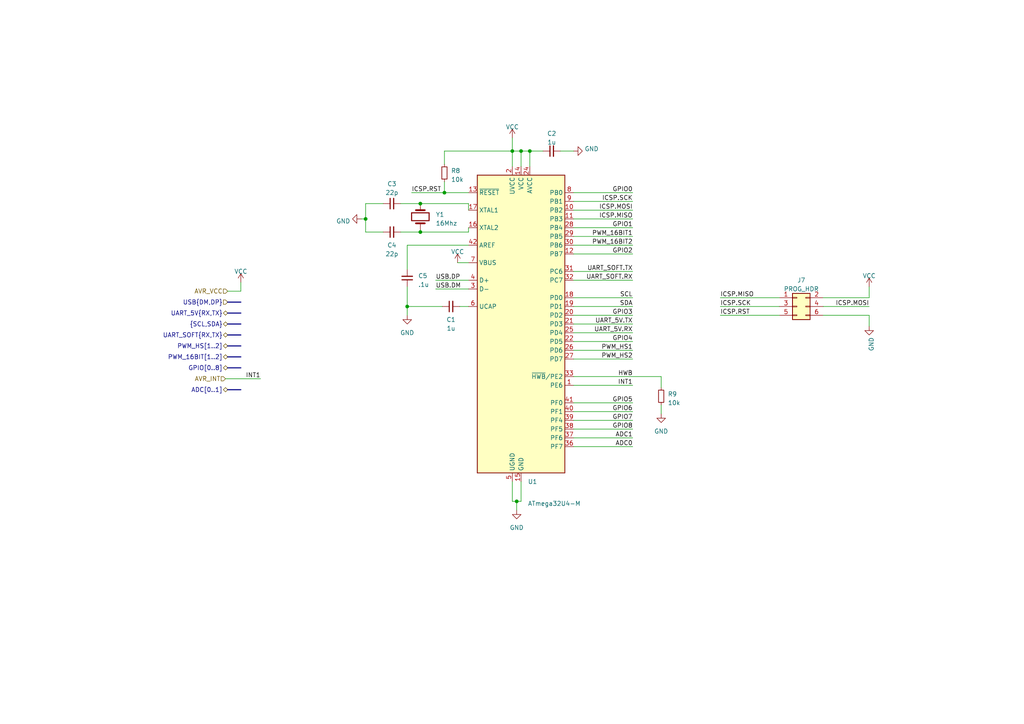
<source format=kicad_sch>
(kicad_sch (version 20230121) (generator eeschema)

  (uuid 06538330-d0b5-4f84-9e56-b47eefe9e563)

  (paper "A4")

  (lib_symbols
    (symbol "Connector_Generic:Conn_02x03_Odd_Even" (pin_names (offset 1.016) hide) (in_bom yes) (on_board yes)
      (property "Reference" "J" (at 1.27 5.08 0)
        (effects (font (size 1.27 1.27)))
      )
      (property "Value" "Conn_02x03_Odd_Even" (at 1.27 -5.08 0)
        (effects (font (size 1.27 1.27)))
      )
      (property "Footprint" "" (at 0 0 0)
        (effects (font (size 1.27 1.27)) hide)
      )
      (property "Datasheet" "~" (at 0 0 0)
        (effects (font (size 1.27 1.27)) hide)
      )
      (property "ki_keywords" "connector" (at 0 0 0)
        (effects (font (size 1.27 1.27)) hide)
      )
      (property "ki_description" "Generic connector, double row, 02x03, odd/even pin numbering scheme (row 1 odd numbers, row 2 even numbers), script generated (kicad-library-utils/schlib/autogen/connector/)" (at 0 0 0)
        (effects (font (size 1.27 1.27)) hide)
      )
      (property "ki_fp_filters" "Connector*:*_2x??_*" (at 0 0 0)
        (effects (font (size 1.27 1.27)) hide)
      )
      (symbol "Conn_02x03_Odd_Even_1_1"
        (rectangle (start -1.27 -2.413) (end 0 -2.667)
          (stroke (width 0.1524) (type default))
          (fill (type none))
        )
        (rectangle (start -1.27 0.127) (end 0 -0.127)
          (stroke (width 0.1524) (type default))
          (fill (type none))
        )
        (rectangle (start -1.27 2.667) (end 0 2.413)
          (stroke (width 0.1524) (type default))
          (fill (type none))
        )
        (rectangle (start -1.27 3.81) (end 3.81 -3.81)
          (stroke (width 0.254) (type default))
          (fill (type background))
        )
        (rectangle (start 3.81 -2.413) (end 2.54 -2.667)
          (stroke (width 0.1524) (type default))
          (fill (type none))
        )
        (rectangle (start 3.81 0.127) (end 2.54 -0.127)
          (stroke (width 0.1524) (type default))
          (fill (type none))
        )
        (rectangle (start 3.81 2.667) (end 2.54 2.413)
          (stroke (width 0.1524) (type default))
          (fill (type none))
        )
        (pin passive line (at -5.08 2.54 0) (length 3.81)
          (name "Pin_1" (effects (font (size 1.27 1.27))))
          (number "1" (effects (font (size 1.27 1.27))))
        )
        (pin passive line (at 7.62 2.54 180) (length 3.81)
          (name "Pin_2" (effects (font (size 1.27 1.27))))
          (number "2" (effects (font (size 1.27 1.27))))
        )
        (pin passive line (at -5.08 0 0) (length 3.81)
          (name "Pin_3" (effects (font (size 1.27 1.27))))
          (number "3" (effects (font (size 1.27 1.27))))
        )
        (pin passive line (at 7.62 0 180) (length 3.81)
          (name "Pin_4" (effects (font (size 1.27 1.27))))
          (number "4" (effects (font (size 1.27 1.27))))
        )
        (pin passive line (at -5.08 -2.54 0) (length 3.81)
          (name "Pin_5" (effects (font (size 1.27 1.27))))
          (number "5" (effects (font (size 1.27 1.27))))
        )
        (pin passive line (at 7.62 -2.54 180) (length 3.81)
          (name "Pin_6" (effects (font (size 1.27 1.27))))
          (number "6" (effects (font (size 1.27 1.27))))
        )
      )
    )
    (symbol "Device:C_Small" (pin_numbers hide) (pin_names (offset 0.254) hide) (in_bom yes) (on_board yes)
      (property "Reference" "C" (at 0.254 1.778 0)
        (effects (font (size 1.27 1.27)) (justify left))
      )
      (property "Value" "C_Small" (at 0.254 -2.032 0)
        (effects (font (size 1.27 1.27)) (justify left))
      )
      (property "Footprint" "" (at 0 0 0)
        (effects (font (size 1.27 1.27)) hide)
      )
      (property "Datasheet" "~" (at 0 0 0)
        (effects (font (size 1.27 1.27)) hide)
      )
      (property "ki_keywords" "capacitor cap" (at 0 0 0)
        (effects (font (size 1.27 1.27)) hide)
      )
      (property "ki_description" "Unpolarized capacitor, small symbol" (at 0 0 0)
        (effects (font (size 1.27 1.27)) hide)
      )
      (property "ki_fp_filters" "C_*" (at 0 0 0)
        (effects (font (size 1.27 1.27)) hide)
      )
      (symbol "C_Small_0_1"
        (polyline
          (pts
            (xy -1.524 -0.508)
            (xy 1.524 -0.508)
          )
          (stroke (width 0.3302) (type default))
          (fill (type none))
        )
        (polyline
          (pts
            (xy -1.524 0.508)
            (xy 1.524 0.508)
          )
          (stroke (width 0.3048) (type default))
          (fill (type none))
        )
      )
      (symbol "C_Small_1_1"
        (pin passive line (at 0 2.54 270) (length 2.032)
          (name "~" (effects (font (size 1.27 1.27))))
          (number "1" (effects (font (size 1.27 1.27))))
        )
        (pin passive line (at 0 -2.54 90) (length 2.032)
          (name "~" (effects (font (size 1.27 1.27))))
          (number "2" (effects (font (size 1.27 1.27))))
        )
      )
    )
    (symbol "Device:Crystal" (pin_numbers hide) (pin_names (offset 1.016) hide) (in_bom yes) (on_board yes)
      (property "Reference" "Y" (at 0 3.81 0)
        (effects (font (size 1.27 1.27)))
      )
      (property "Value" "Crystal" (at 0 -3.81 0)
        (effects (font (size 1.27 1.27)))
      )
      (property "Footprint" "" (at 0 0 0)
        (effects (font (size 1.27 1.27)) hide)
      )
      (property "Datasheet" "~" (at 0 0 0)
        (effects (font (size 1.27 1.27)) hide)
      )
      (property "ki_keywords" "quartz ceramic resonator oscillator" (at 0 0 0)
        (effects (font (size 1.27 1.27)) hide)
      )
      (property "ki_description" "Two pin crystal" (at 0 0 0)
        (effects (font (size 1.27 1.27)) hide)
      )
      (property "ki_fp_filters" "Crystal*" (at 0 0 0)
        (effects (font (size 1.27 1.27)) hide)
      )
      (symbol "Crystal_0_1"
        (rectangle (start -1.143 2.54) (end 1.143 -2.54)
          (stroke (width 0.3048) (type default))
          (fill (type none))
        )
        (polyline
          (pts
            (xy -2.54 0)
            (xy -1.905 0)
          )
          (stroke (width 0) (type default))
          (fill (type none))
        )
        (polyline
          (pts
            (xy -1.905 -1.27)
            (xy -1.905 1.27)
          )
          (stroke (width 0.508) (type default))
          (fill (type none))
        )
        (polyline
          (pts
            (xy 1.905 -1.27)
            (xy 1.905 1.27)
          )
          (stroke (width 0.508) (type default))
          (fill (type none))
        )
        (polyline
          (pts
            (xy 2.54 0)
            (xy 1.905 0)
          )
          (stroke (width 0) (type default))
          (fill (type none))
        )
      )
      (symbol "Crystal_1_1"
        (pin passive line (at -3.81 0 0) (length 1.27)
          (name "1" (effects (font (size 1.27 1.27))))
          (number "1" (effects (font (size 1.27 1.27))))
        )
        (pin passive line (at 3.81 0 180) (length 1.27)
          (name "2" (effects (font (size 1.27 1.27))))
          (number "2" (effects (font (size 1.27 1.27))))
        )
      )
    )
    (symbol "Device:R_Small" (pin_numbers hide) (pin_names (offset 0.254) hide) (in_bom yes) (on_board yes)
      (property "Reference" "R" (at 0.762 0.508 0)
        (effects (font (size 1.27 1.27)) (justify left))
      )
      (property "Value" "R_Small" (at 0.762 -1.016 0)
        (effects (font (size 1.27 1.27)) (justify left))
      )
      (property "Footprint" "" (at 0 0 0)
        (effects (font (size 1.27 1.27)) hide)
      )
      (property "Datasheet" "~" (at 0 0 0)
        (effects (font (size 1.27 1.27)) hide)
      )
      (property "ki_keywords" "R resistor" (at 0 0 0)
        (effects (font (size 1.27 1.27)) hide)
      )
      (property "ki_description" "Resistor, small symbol" (at 0 0 0)
        (effects (font (size 1.27 1.27)) hide)
      )
      (property "ki_fp_filters" "R_*" (at 0 0 0)
        (effects (font (size 1.27 1.27)) hide)
      )
      (symbol "R_Small_0_1"
        (rectangle (start -0.762 1.778) (end 0.762 -1.778)
          (stroke (width 0.2032) (type default))
          (fill (type none))
        )
      )
      (symbol "R_Small_1_1"
        (pin passive line (at 0 2.54 270) (length 0.762)
          (name "~" (effects (font (size 1.27 1.27))))
          (number "1" (effects (font (size 1.27 1.27))))
        )
        (pin passive line (at 0 -2.54 90) (length 0.762)
          (name "~" (effects (font (size 1.27 1.27))))
          (number "2" (effects (font (size 1.27 1.27))))
        )
      )
    )
    (symbol "MCU_Microchip_ATmega:ATmega32U4-M" (in_bom yes) (on_board yes)
      (property "Reference" "U" (at -12.7 44.45 0)
        (effects (font (size 1.27 1.27)) (justify left bottom))
      )
      (property "Value" "ATmega32U4-M" (at 2.54 -44.45 0)
        (effects (font (size 1.27 1.27)) (justify left top))
      )
      (property "Footprint" "Package_DFN_QFN:QFN-44-1EP_7x7mm_P0.5mm_EP5.2x5.2mm" (at 0 0 0)
        (effects (font (size 1.27 1.27) italic) hide)
      )
      (property "Datasheet" "http://ww1.microchip.com/downloads/en/DeviceDoc/Atmel-7766-8-bit-AVR-ATmega16U4-32U4_Datasheet.pdf" (at 0 0 0)
        (effects (font (size 1.27 1.27)) hide)
      )
      (property "ki_keywords" "AVR 8bit Microcontroller MegaAVR USB" (at 0 0 0)
        (effects (font (size 1.27 1.27)) hide)
      )
      (property "ki_description" "16MHz, 32kB Flash, 2.5kB SRAM, 1kB EEPROM, USB 2.0, QFN-44" (at 0 0 0)
        (effects (font (size 1.27 1.27)) hide)
      )
      (property "ki_fp_filters" "QFN*1EP*7x7mm*P0.5mm*" (at 0 0 0)
        (effects (font (size 1.27 1.27)) hide)
      )
      (symbol "ATmega32U4-M_0_1"
        (rectangle (start -12.7 -43.18) (end 12.7 43.18)
          (stroke (width 0.254) (type default))
          (fill (type background))
        )
      )
      (symbol "ATmega32U4-M_1_1"
        (pin bidirectional line (at 15.24 -17.78 180) (length 2.54)
          (name "PE6" (effects (font (size 1.27 1.27))))
          (number "1" (effects (font (size 1.27 1.27))))
        )
        (pin bidirectional line (at 15.24 33.02 180) (length 2.54)
          (name "PB2" (effects (font (size 1.27 1.27))))
          (number "10" (effects (font (size 1.27 1.27))))
        )
        (pin bidirectional line (at 15.24 30.48 180) (length 2.54)
          (name "PB3" (effects (font (size 1.27 1.27))))
          (number "11" (effects (font (size 1.27 1.27))))
        )
        (pin bidirectional line (at 15.24 20.32 180) (length 2.54)
          (name "PB7" (effects (font (size 1.27 1.27))))
          (number "12" (effects (font (size 1.27 1.27))))
        )
        (pin input line (at -15.24 38.1 0) (length 2.54)
          (name "~{RESET}" (effects (font (size 1.27 1.27))))
          (number "13" (effects (font (size 1.27 1.27))))
        )
        (pin power_in line (at 0 45.72 270) (length 2.54)
          (name "VCC" (effects (font (size 1.27 1.27))))
          (number "14" (effects (font (size 1.27 1.27))))
        )
        (pin power_in line (at 0 -45.72 90) (length 2.54)
          (name "GND" (effects (font (size 1.27 1.27))))
          (number "15" (effects (font (size 1.27 1.27))))
        )
        (pin output line (at -15.24 27.94 0) (length 2.54)
          (name "XTAL2" (effects (font (size 1.27 1.27))))
          (number "16" (effects (font (size 1.27 1.27))))
        )
        (pin input line (at -15.24 33.02 0) (length 2.54)
          (name "XTAL1" (effects (font (size 1.27 1.27))))
          (number "17" (effects (font (size 1.27 1.27))))
        )
        (pin bidirectional line (at 15.24 7.62 180) (length 2.54)
          (name "PD0" (effects (font (size 1.27 1.27))))
          (number "18" (effects (font (size 1.27 1.27))))
        )
        (pin bidirectional line (at 15.24 5.08 180) (length 2.54)
          (name "PD1" (effects (font (size 1.27 1.27))))
          (number "19" (effects (font (size 1.27 1.27))))
        )
        (pin power_in line (at -2.54 45.72 270) (length 2.54)
          (name "UVCC" (effects (font (size 1.27 1.27))))
          (number "2" (effects (font (size 1.27 1.27))))
        )
        (pin bidirectional line (at 15.24 2.54 180) (length 2.54)
          (name "PD2" (effects (font (size 1.27 1.27))))
          (number "20" (effects (font (size 1.27 1.27))))
        )
        (pin bidirectional line (at 15.24 0 180) (length 2.54)
          (name "PD3" (effects (font (size 1.27 1.27))))
          (number "21" (effects (font (size 1.27 1.27))))
        )
        (pin bidirectional line (at 15.24 -5.08 180) (length 2.54)
          (name "PD5" (effects (font (size 1.27 1.27))))
          (number "22" (effects (font (size 1.27 1.27))))
        )
        (pin passive line (at 0 -45.72 90) (length 2.54) hide
          (name "GND" (effects (font (size 1.27 1.27))))
          (number "23" (effects (font (size 1.27 1.27))))
        )
        (pin power_in line (at 2.54 45.72 270) (length 2.54)
          (name "AVCC" (effects (font (size 1.27 1.27))))
          (number "24" (effects (font (size 1.27 1.27))))
        )
        (pin bidirectional line (at 15.24 -2.54 180) (length 2.54)
          (name "PD4" (effects (font (size 1.27 1.27))))
          (number "25" (effects (font (size 1.27 1.27))))
        )
        (pin bidirectional line (at 15.24 -7.62 180) (length 2.54)
          (name "PD6" (effects (font (size 1.27 1.27))))
          (number "26" (effects (font (size 1.27 1.27))))
        )
        (pin bidirectional line (at 15.24 -10.16 180) (length 2.54)
          (name "PD7" (effects (font (size 1.27 1.27))))
          (number "27" (effects (font (size 1.27 1.27))))
        )
        (pin bidirectional line (at 15.24 27.94 180) (length 2.54)
          (name "PB4" (effects (font (size 1.27 1.27))))
          (number "28" (effects (font (size 1.27 1.27))))
        )
        (pin bidirectional line (at 15.24 25.4 180) (length 2.54)
          (name "PB5" (effects (font (size 1.27 1.27))))
          (number "29" (effects (font (size 1.27 1.27))))
        )
        (pin bidirectional line (at -15.24 10.16 0) (length 2.54)
          (name "D-" (effects (font (size 1.27 1.27))))
          (number "3" (effects (font (size 1.27 1.27))))
        )
        (pin bidirectional line (at 15.24 22.86 180) (length 2.54)
          (name "PB6" (effects (font (size 1.27 1.27))))
          (number "30" (effects (font (size 1.27 1.27))))
        )
        (pin bidirectional line (at 15.24 15.24 180) (length 2.54)
          (name "PC6" (effects (font (size 1.27 1.27))))
          (number "31" (effects (font (size 1.27 1.27))))
        )
        (pin bidirectional line (at 15.24 12.7 180) (length 2.54)
          (name "PC7" (effects (font (size 1.27 1.27))))
          (number "32" (effects (font (size 1.27 1.27))))
        )
        (pin bidirectional line (at 15.24 -15.24 180) (length 2.54)
          (name "~{HWB}/PE2" (effects (font (size 1.27 1.27))))
          (number "33" (effects (font (size 1.27 1.27))))
        )
        (pin passive line (at 0 45.72 270) (length 2.54) hide
          (name "VCC" (effects (font (size 1.27 1.27))))
          (number "34" (effects (font (size 1.27 1.27))))
        )
        (pin passive line (at 0 -45.72 90) (length 2.54) hide
          (name "GND" (effects (font (size 1.27 1.27))))
          (number "35" (effects (font (size 1.27 1.27))))
        )
        (pin bidirectional line (at 15.24 -35.56 180) (length 2.54)
          (name "PF7" (effects (font (size 1.27 1.27))))
          (number "36" (effects (font (size 1.27 1.27))))
        )
        (pin bidirectional line (at 15.24 -33.02 180) (length 2.54)
          (name "PF6" (effects (font (size 1.27 1.27))))
          (number "37" (effects (font (size 1.27 1.27))))
        )
        (pin bidirectional line (at 15.24 -30.48 180) (length 2.54)
          (name "PF5" (effects (font (size 1.27 1.27))))
          (number "38" (effects (font (size 1.27 1.27))))
        )
        (pin bidirectional line (at 15.24 -27.94 180) (length 2.54)
          (name "PF4" (effects (font (size 1.27 1.27))))
          (number "39" (effects (font (size 1.27 1.27))))
        )
        (pin bidirectional line (at -15.24 12.7 0) (length 2.54)
          (name "D+" (effects (font (size 1.27 1.27))))
          (number "4" (effects (font (size 1.27 1.27))))
        )
        (pin bidirectional line (at 15.24 -25.4 180) (length 2.54)
          (name "PF1" (effects (font (size 1.27 1.27))))
          (number "40" (effects (font (size 1.27 1.27))))
        )
        (pin bidirectional line (at 15.24 -22.86 180) (length 2.54)
          (name "PF0" (effects (font (size 1.27 1.27))))
          (number "41" (effects (font (size 1.27 1.27))))
        )
        (pin passive line (at -15.24 22.86 0) (length 2.54)
          (name "AREF" (effects (font (size 1.27 1.27))))
          (number "42" (effects (font (size 1.27 1.27))))
        )
        (pin passive line (at 0 -45.72 90) (length 2.54) hide
          (name "GND" (effects (font (size 1.27 1.27))))
          (number "43" (effects (font (size 1.27 1.27))))
        )
        (pin passive line (at 2.54 45.72 270) (length 2.54) hide
          (name "AVCC" (effects (font (size 1.27 1.27))))
          (number "44" (effects (font (size 1.27 1.27))))
        )
        (pin passive line (at 0 -45.72 90) (length 2.54) hide
          (name "GND" (effects (font (size 1.27 1.27))))
          (number "45" (effects (font (size 1.27 1.27))))
        )
        (pin passive line (at -2.54 -45.72 90) (length 2.54)
          (name "UGND" (effects (font (size 1.27 1.27))))
          (number "5" (effects (font (size 1.27 1.27))))
        )
        (pin passive line (at -15.24 5.08 0) (length 2.54)
          (name "UCAP" (effects (font (size 1.27 1.27))))
          (number "6" (effects (font (size 1.27 1.27))))
        )
        (pin input line (at -15.24 17.78 0) (length 2.54)
          (name "VBUS" (effects (font (size 1.27 1.27))))
          (number "7" (effects (font (size 1.27 1.27))))
        )
        (pin bidirectional line (at 15.24 38.1 180) (length 2.54)
          (name "PB0" (effects (font (size 1.27 1.27))))
          (number "8" (effects (font (size 1.27 1.27))))
        )
        (pin bidirectional line (at 15.24 35.56 180) (length 2.54)
          (name "PB1" (effects (font (size 1.27 1.27))))
          (number "9" (effects (font (size 1.27 1.27))))
        )
      )
    )
    (symbol "power:GND" (power) (pin_names (offset 0)) (in_bom yes) (on_board yes)
      (property "Reference" "#PWR" (at 0 -6.35 0)
        (effects (font (size 1.27 1.27)) hide)
      )
      (property "Value" "GND" (at 0 -3.81 0)
        (effects (font (size 1.27 1.27)))
      )
      (property "Footprint" "" (at 0 0 0)
        (effects (font (size 1.27 1.27)) hide)
      )
      (property "Datasheet" "" (at 0 0 0)
        (effects (font (size 1.27 1.27)) hide)
      )
      (property "ki_keywords" "global power" (at 0 0 0)
        (effects (font (size 1.27 1.27)) hide)
      )
      (property "ki_description" "Power symbol creates a global label with name \"GND\" , ground" (at 0 0 0)
        (effects (font (size 1.27 1.27)) hide)
      )
      (symbol "GND_0_1"
        (polyline
          (pts
            (xy 0 0)
            (xy 0 -1.27)
            (xy 1.27 -1.27)
            (xy 0 -2.54)
            (xy -1.27 -1.27)
            (xy 0 -1.27)
          )
          (stroke (width 0) (type default))
          (fill (type none))
        )
      )
      (symbol "GND_1_1"
        (pin power_in line (at 0 0 270) (length 0) hide
          (name "GND" (effects (font (size 1.27 1.27))))
          (number "1" (effects (font (size 1.27 1.27))))
        )
      )
    )
    (symbol "power:VCC" (power) (pin_names (offset 0)) (in_bom yes) (on_board yes)
      (property "Reference" "#PWR" (at 0 -3.81 0)
        (effects (font (size 1.27 1.27)) hide)
      )
      (property "Value" "VCC" (at 0 3.81 0)
        (effects (font (size 1.27 1.27)))
      )
      (property "Footprint" "" (at 0 0 0)
        (effects (font (size 1.27 1.27)) hide)
      )
      (property "Datasheet" "" (at 0 0 0)
        (effects (font (size 1.27 1.27)) hide)
      )
      (property "ki_keywords" "global power" (at 0 0 0)
        (effects (font (size 1.27 1.27)) hide)
      )
      (property "ki_description" "Power symbol creates a global label with name \"VCC\"" (at 0 0 0)
        (effects (font (size 1.27 1.27)) hide)
      )
      (symbol "VCC_0_1"
        (polyline
          (pts
            (xy -0.762 1.27)
            (xy 0 2.54)
          )
          (stroke (width 0) (type default))
          (fill (type none))
        )
        (polyline
          (pts
            (xy 0 0)
            (xy 0 2.54)
          )
          (stroke (width 0) (type default))
          (fill (type none))
        )
        (polyline
          (pts
            (xy 0 2.54)
            (xy 0.762 1.27)
          )
          (stroke (width 0) (type default))
          (fill (type none))
        )
      )
      (symbol "VCC_1_1"
        (pin power_in line (at 0 0 90) (length 0) hide
          (name "VCC" (effects (font (size 1.27 1.27))))
          (number "1" (effects (font (size 1.27 1.27))))
        )
      )
    )
  )

  (junction (at 121.92 59.055) (diameter 0) (color 0 0 0 0)
    (uuid 2fe12bce-5484-4296-a00b-593eeb433ad2)
  )
  (junction (at 128.905 55.88) (diameter 0) (color 0 0 0 0)
    (uuid 449db272-0b3c-403a-8df0-f755cfbfe4f2)
  )
  (junction (at 151.13 43.815) (diameter 0) (color 0 0 0 0)
    (uuid 667bd7e8-2669-4b70-974d-1b3e7acc4693)
  )
  (junction (at 149.86 145.415) (diameter 0) (color 0 0 0 0)
    (uuid a72ada23-984f-4ddf-9a32-1347a87fdd53)
  )
  (junction (at 153.67 43.815) (diameter 0) (color 0 0 0 0)
    (uuid b15765b9-80c2-4daa-9716-3492b53d56e1)
  )
  (junction (at 118.11 88.9) (diameter 0) (color 0 0 0 0)
    (uuid b85665d9-b6d5-40c3-abe1-f0ddd997b72b)
  )
  (junction (at 148.59 43.815) (diameter 0) (color 0 0 0 0)
    (uuid e253e092-a905-4145-8403-a430dae715b8)
  )
  (junction (at 121.92 67.31) (diameter 0) (color 0 0 0 0)
    (uuid eaa35438-d60e-45a9-970e-15ddd673f3e2)
  )
  (junction (at 106.045 63.5) (diameter 0) (color 0 0 0 0)
    (uuid eccea6ab-b2f1-42f7-886c-a06e978ae548)
  )

  (wire (pts (xy 149.86 145.415) (xy 149.86 147.955))
    (stroke (width 0) (type default))
    (uuid 01ad9210-7002-47ec-b42e-151f5e56ad38)
  )
  (bus (pts (xy 66.04 97.155) (xy 69.85 97.155))
    (stroke (width 0) (type default))
    (uuid 061dc8a2-6545-4cc9-aecb-47be9c5c8406)
  )

  (wire (pts (xy 183.515 73.66) (xy 166.37 73.66))
    (stroke (width 0) (type default))
    (uuid 0861a480-9d04-43db-a8c5-6458c2f9d1c3)
  )
  (wire (pts (xy 166.37 116.84) (xy 183.515 116.84))
    (stroke (width 0) (type default))
    (uuid 0978f46e-ac00-4440-9eb1-93de02452280)
  )
  (wire (pts (xy 166.37 66.04) (xy 183.515 66.04))
    (stroke (width 0) (type default))
    (uuid 09ee8455-0e6b-465c-84b1-cbe314903cd8)
  )
  (wire (pts (xy 148.59 145.415) (xy 149.86 145.415))
    (stroke (width 0) (type default))
    (uuid 0c5e146b-2b09-4e36-af28-26bd5a46e2a3)
  )
  (wire (pts (xy 118.11 88.9) (xy 128.27 88.9))
    (stroke (width 0) (type default))
    (uuid 174abcfc-b065-4733-ab28-fbadb6cdc482)
  )
  (wire (pts (xy 252.095 91.44) (xy 252.095 94.615))
    (stroke (width 0) (type default))
    (uuid 18fd3662-27c4-4119-803e-ef81a4c612a0)
  )
  (wire (pts (xy 118.11 83.185) (xy 118.11 88.9))
    (stroke (width 0) (type default))
    (uuid 19edb3c1-2495-460a-af2b-8e56526ad0b5)
  )
  (wire (pts (xy 116.205 59.055) (xy 121.92 59.055))
    (stroke (width 0) (type default))
    (uuid 1a6cfe12-3512-4825-819e-d296481d06ff)
  )
  (wire (pts (xy 166.37 60.96) (xy 183.515 60.96))
    (stroke (width 0) (type default))
    (uuid 1b0bb99b-2c79-4059-b5bd-44bfe5ccca17)
  )
  (wire (pts (xy 166.37 93.98) (xy 183.515 93.98))
    (stroke (width 0) (type default))
    (uuid 1e52fc60-b64b-4e03-8906-d07475588979)
  )
  (wire (pts (xy 226.06 86.36) (xy 208.915 86.36))
    (stroke (width 0) (type default))
    (uuid 1f7918c0-2dbc-4089-be48-c0cad8ccbea2)
  )
  (wire (pts (xy 191.77 117.475) (xy 191.77 120.015))
    (stroke (width 0) (type default))
    (uuid 21b9f249-a9d6-4889-abd6-96a399191204)
  )
  (wire (pts (xy 111.125 67.31) (xy 106.045 67.31))
    (stroke (width 0) (type default))
    (uuid 228cce66-367c-406d-baac-573cd98252ae)
  )
  (bus (pts (xy 66.04 87.63) (xy 69.85 87.63))
    (stroke (width 0) (type default))
    (uuid 24532f0a-5513-41e5-9644-f76df8dd50d7)
  )

  (wire (pts (xy 166.37 88.9) (xy 183.515 88.9))
    (stroke (width 0) (type default))
    (uuid 276a0bac-4a20-4149-a18e-a2c6bb9f0bcf)
  )
  (bus (pts (xy 66.04 103.505) (xy 69.85 103.505))
    (stroke (width 0) (type default))
    (uuid 2bf3c530-d3fa-43ce-a079-ede71160b402)
  )

  (wire (pts (xy 151.13 43.815) (xy 148.59 43.815))
    (stroke (width 0) (type default))
    (uuid 336da050-e4e1-4b02-ac10-3e229535db73)
  )
  (wire (pts (xy 166.37 127) (xy 183.515 127))
    (stroke (width 0) (type default))
    (uuid 35556df1-4809-40b6-bf9a-f28321084ee9)
  )
  (wire (pts (xy 166.37 119.38) (xy 183.515 119.38))
    (stroke (width 0) (type default))
    (uuid 35fdae4a-fed4-40ec-91e8-2fa4349cbb1b)
  )
  (wire (pts (xy 106.045 67.31) (xy 106.045 63.5))
    (stroke (width 0) (type default))
    (uuid 4098188f-0a00-46cf-ba23-8f72d6fc4fb7)
  )
  (wire (pts (xy 126.365 83.82) (xy 135.89 83.82))
    (stroke (width 0) (type default))
    (uuid 41ef3963-1a7c-4d04-97a0-3dea76c12a2a)
  )
  (wire (pts (xy 166.37 111.76) (xy 183.515 111.76))
    (stroke (width 0) (type default))
    (uuid 48167e12-462d-4f2f-bfc6-f4c03046c757)
  )
  (bus (pts (xy 66.04 113.03) (xy 69.85 113.03))
    (stroke (width 0) (type default))
    (uuid 505350b9-75d0-43cc-99fe-030337f2ba15)
  )
  (bus (pts (xy 66.04 100.33) (xy 69.85 100.33))
    (stroke (width 0) (type default))
    (uuid 50df57f0-2a30-4746-8312-870c8ad7d93e)
  )

  (wire (pts (xy 166.37 121.92) (xy 183.515 121.92))
    (stroke (width 0) (type default))
    (uuid 53bd550b-07c5-4421-97b3-69dbcf1f3269)
  )
  (wire (pts (xy 128.905 47.625) (xy 128.905 43.815))
    (stroke (width 0) (type default))
    (uuid 5a360740-4bd7-4f89-a505-6048df9a2627)
  )
  (wire (pts (xy 135.89 60.96) (xy 135.89 59.055))
    (stroke (width 0) (type default))
    (uuid 5df1f784-48a4-41a5-a28f-dc734136221e)
  )
  (wire (pts (xy 166.37 55.88) (xy 183.515 55.88))
    (stroke (width 0) (type default))
    (uuid 5f7a5a41-342b-42c2-8e29-fd13be7992ff)
  )
  (wire (pts (xy 153.67 48.26) (xy 153.67 43.815))
    (stroke (width 0) (type default))
    (uuid 62d69e6f-f4b2-4e2d-8e71-ab5b4891765b)
  )
  (wire (pts (xy 133.35 88.9) (xy 135.89 88.9))
    (stroke (width 0) (type default))
    (uuid 638c010e-a9ac-4c98-a580-53d8d5e4d5bd)
  )
  (wire (pts (xy 238.76 88.9) (xy 252.095 88.9))
    (stroke (width 0) (type default))
    (uuid 6887e53d-6812-40eb-9607-d567a1fa4fbd)
  )
  (wire (pts (xy 166.37 86.36) (xy 183.515 86.36))
    (stroke (width 0) (type default))
    (uuid 69b2ba23-648c-4a7d-a7a3-b09319cdcc40)
  )
  (wire (pts (xy 135.89 66.04) (xy 135.89 67.31))
    (stroke (width 0) (type default))
    (uuid 69de8543-e1cc-4833-aea8-76c45ed055c8)
  )
  (wire (pts (xy 166.37 124.46) (xy 183.515 124.46))
    (stroke (width 0) (type default))
    (uuid 6aecda68-293a-4d0e-8c94-3391e116e4d1)
  )
  (wire (pts (xy 226.06 91.44) (xy 208.915 91.44))
    (stroke (width 0) (type default))
    (uuid 6d6531ad-b523-46a9-ae9c-add910f2365b)
  )
  (wire (pts (xy 151.13 48.26) (xy 151.13 43.815))
    (stroke (width 0) (type default))
    (uuid 6ec0fabc-4907-4eb5-8614-d70f958bc8d3)
  )
  (wire (pts (xy 126.365 81.28) (xy 135.89 81.28))
    (stroke (width 0) (type default))
    (uuid 6edf4537-6381-4c84-a84d-60fe4221e3b5)
  )
  (bus (pts (xy 66.04 90.805) (xy 69.85 90.805))
    (stroke (width 0) (type default))
    (uuid 6ee26115-f30e-41b7-9e26-356503b4d201)
  )

  (wire (pts (xy 166.37 91.44) (xy 183.515 91.44))
    (stroke (width 0) (type default))
    (uuid 71d801f9-bf64-4a45-8eda-586125dcc8c1)
  )
  (wire (pts (xy 191.77 112.395) (xy 191.77 109.22))
    (stroke (width 0) (type default))
    (uuid 73c0f0ff-f89a-48b3-aab4-baf4acca7e1b)
  )
  (bus (pts (xy 66.04 93.98) (xy 69.85 93.98))
    (stroke (width 0) (type default))
    (uuid 7411a4a3-bdd4-4a10-816a-d7eda7c06813)
  )

  (wire (pts (xy 166.37 129.54) (xy 183.515 129.54))
    (stroke (width 0) (type default))
    (uuid 7504b6da-b719-412b-a423-35de6845cf45)
  )
  (wire (pts (xy 166.37 58.42) (xy 183.515 58.42))
    (stroke (width 0) (type default))
    (uuid 794e6c31-48ac-4f21-bb3b-50a22da8c24a)
  )
  (wire (pts (xy 118.11 88.9) (xy 118.11 91.44))
    (stroke (width 0) (type default))
    (uuid 7ae85303-c2df-4c63-9805-66c6f0cf1c8a)
  )
  (wire (pts (xy 128.905 52.705) (xy 128.905 55.88))
    (stroke (width 0) (type default))
    (uuid 854958d7-e23c-4f18-bad2-ada0b821d362)
  )
  (wire (pts (xy 149.86 145.415) (xy 151.13 145.415))
    (stroke (width 0) (type default))
    (uuid 85a6389e-b38c-401e-b9f5-9d7c52cd54cc)
  )
  (wire (pts (xy 118.11 78.105) (xy 118.11 71.12))
    (stroke (width 0) (type default))
    (uuid 8c6aa33d-dc9d-4f9c-8365-24fea4e9936d)
  )
  (wire (pts (xy 166.37 71.12) (xy 183.515 71.12))
    (stroke (width 0) (type default))
    (uuid 8e394fb5-2d47-45e4-b159-40a9c2e269d9)
  )
  (wire (pts (xy 118.11 71.12) (xy 135.89 71.12))
    (stroke (width 0) (type default))
    (uuid 918fca47-9572-4f91-bf14-9d0ae96380bd)
  )
  (wire (pts (xy 166.37 99.06) (xy 183.515 99.06))
    (stroke (width 0) (type default))
    (uuid 93c7dd55-307c-42f3-9656-100debd5fe76)
  )
  (wire (pts (xy 166.37 63.5) (xy 183.515 63.5))
    (stroke (width 0) (type default))
    (uuid 9410901b-b94d-462d-bda1-93e2a5c042ef)
  )
  (wire (pts (xy 135.89 76.2) (xy 132.715 76.2))
    (stroke (width 0) (type default))
    (uuid 95df7482-604b-4137-8ef7-a49e7a7de3ce)
  )
  (wire (pts (xy 121.92 67.31) (xy 135.89 67.31))
    (stroke (width 0) (type default))
    (uuid 9bf39da3-925e-4744-bae8-b4203ad0df39)
  )
  (wire (pts (xy 166.37 96.52) (xy 183.515 96.52))
    (stroke (width 0) (type default))
    (uuid a17cc419-e6f6-4130-9f1c-5da0eca3df90)
  )
  (bus (pts (xy 66.04 106.68) (xy 69.85 106.68))
    (stroke (width 0) (type default))
    (uuid a1bd0b50-bccb-4b71-8157-618654fad5a8)
  )

  (wire (pts (xy 148.59 40.005) (xy 148.59 43.815))
    (stroke (width 0) (type default))
    (uuid a1ff15f9-4c66-4635-b036-939e6499a578)
  )
  (wire (pts (xy 148.59 43.815) (xy 148.59 48.26))
    (stroke (width 0) (type default))
    (uuid a30e2c54-09d1-40be-8532-7a375c90cf0c)
  )
  (wire (pts (xy 252.095 83.185) (xy 252.095 86.36))
    (stroke (width 0) (type default))
    (uuid a3e77dcb-8766-437a-802a-874d400cef27)
  )
  (wire (pts (xy 106.045 59.055) (xy 111.125 59.055))
    (stroke (width 0) (type default))
    (uuid a7791ca7-149b-42e7-8e60-34c583480014)
  )
  (wire (pts (xy 128.905 43.815) (xy 148.59 43.815))
    (stroke (width 0) (type default))
    (uuid ad88f2e5-6238-4a4b-ad1f-cf90e34dbe52)
  )
  (wire (pts (xy 238.76 86.36) (xy 252.095 86.36))
    (stroke (width 0) (type default))
    (uuid bc7476c5-f4cb-4f8a-a686-6978bbbe9f1c)
  )
  (wire (pts (xy 166.37 101.6) (xy 183.515 101.6))
    (stroke (width 0) (type default))
    (uuid bcabffc5-831f-48f4-a8cd-ce7a2eeb458b)
  )
  (wire (pts (xy 166.37 104.14) (xy 183.515 104.14))
    (stroke (width 0) (type default))
    (uuid be65650c-a8b5-4388-9da2-6fb0631292fd)
  )
  (wire (pts (xy 151.13 139.7) (xy 151.13 145.415))
    (stroke (width 0) (type default))
    (uuid cb2ae15b-3593-4dd8-a080-9cb16eef0369)
  )
  (wire (pts (xy 153.67 43.815) (xy 151.13 43.815))
    (stroke (width 0) (type default))
    (uuid d519827b-4b23-42da-ac02-2ed07f451f41)
  )
  (wire (pts (xy 166.37 78.74) (xy 183.515 78.74))
    (stroke (width 0) (type default))
    (uuid d584237a-094d-4f25-9069-588b671343c1)
  )
  (wire (pts (xy 166.37 81.28) (xy 183.515 81.28))
    (stroke (width 0) (type default))
    (uuid d988275b-f8b5-4ca5-ad3d-25dc3101dfce)
  )
  (wire (pts (xy 166.37 109.22) (xy 191.77 109.22))
    (stroke (width 0) (type default))
    (uuid dc7affbc-6490-4e58-8cfa-07e41db8c896)
  )
  (wire (pts (xy 226.06 88.9) (xy 208.915 88.9))
    (stroke (width 0) (type default))
    (uuid ded9b120-ad6d-4ac0-8fd7-cd26d5b6d4b4)
  )
  (wire (pts (xy 65.405 109.855) (xy 75.565 109.855))
    (stroke (width 0) (type default))
    (uuid df238ace-d732-45bd-aad4-c443fe0204af)
  )
  (wire (pts (xy 104.775 63.5) (xy 106.045 63.5))
    (stroke (width 0) (type default))
    (uuid dfda1ac7-9069-4753-b46e-a924d266f3d6)
  )
  (wire (pts (xy 135.89 59.055) (xy 121.92 59.055))
    (stroke (width 0) (type default))
    (uuid e0d25404-dfe3-483e-80cf-9eba65c78565)
  )
  (wire (pts (xy 69.85 84.455) (xy 66.04 84.455))
    (stroke (width 0) (type default))
    (uuid e1cb2577-1357-4e24-8148-f9bdbf94e380)
  )
  (wire (pts (xy 128.905 55.88) (xy 135.89 55.88))
    (stroke (width 0) (type default))
    (uuid e2e70b03-acd7-4240-bee0-bf26da360a96)
  )
  (wire (pts (xy 166.37 68.58) (xy 183.515 68.58))
    (stroke (width 0) (type default))
    (uuid e3ddfbdc-1bbb-4243-bfe7-06fa4ef217a8)
  )
  (wire (pts (xy 153.67 43.815) (xy 157.48 43.815))
    (stroke (width 0) (type default))
    (uuid e91ba643-5bf0-49a6-a803-503f62274f0b)
  )
  (wire (pts (xy 121.92 66.675) (xy 121.92 67.31))
    (stroke (width 0) (type default))
    (uuid e9f93e31-0051-4995-b7fb-16cf50b99e0a)
  )
  (wire (pts (xy 148.59 139.7) (xy 148.59 145.415))
    (stroke (width 0) (type default))
    (uuid efe8f4fb-42a2-4d6e-87d0-ba7c1cf0aaf5)
  )
  (wire (pts (xy 106.045 63.5) (xy 106.045 59.055))
    (stroke (width 0) (type default))
    (uuid f1a56a7d-92a8-4be9-93e9-00b740522bf9)
  )
  (wire (pts (xy 128.905 55.88) (xy 119.38 55.88))
    (stroke (width 0) (type default))
    (uuid f3cc511d-bc36-4fe7-8629-bf753102bad2)
  )
  (wire (pts (xy 116.205 67.31) (xy 121.92 67.31))
    (stroke (width 0) (type default))
    (uuid f4e84d40-7cdb-406e-9aff-6de413d5cd10)
  )
  (wire (pts (xy 238.76 91.44) (xy 252.095 91.44))
    (stroke (width 0) (type default))
    (uuid f6cefe62-3192-4523-909b-2fee8c124cb4)
  )
  (wire (pts (xy 162.56 43.815) (xy 166.37 43.815))
    (stroke (width 0) (type default))
    (uuid fb567490-8f81-41d5-a0ac-9176ed5a9d81)
  )
  (wire (pts (xy 69.85 81.915) (xy 69.85 84.455))
    (stroke (width 0) (type default))
    (uuid fba93475-c73c-4a8c-8f48-f3e65e0bbd7f)
  )

  (label "ICSP.SCK" (at 208.915 88.9 0) (fields_autoplaced)
    (effects (font (size 1.27 1.27)) (justify left bottom))
    (uuid 01d9c358-ae78-4ef7-9fb3-49619e60b9ee)
  )
  (label "HWB" (at 183.515 109.22 180) (fields_autoplaced)
    (effects (font (size 1.27 1.27)) (justify right bottom))
    (uuid 05360abb-8e6f-43e7-97f5-b492612c3271)
  )
  (label "UART_SOFT.TX" (at 183.515 78.74 180) (fields_autoplaced)
    (effects (font (size 1.27 1.27)) (justify right bottom))
    (uuid 19efd57f-8025-4654-bc63-f31605e7542a)
  )
  (label "SDA" (at 183.515 88.9 180) (fields_autoplaced)
    (effects (font (size 1.27 1.27)) (justify right bottom))
    (uuid 25e9ff7f-1c7a-4bbf-a71d-1b58dd17fa96)
  )
  (label "PWM_16BIT1" (at 183.515 68.58 180) (fields_autoplaced)
    (effects (font (size 1.27 1.27)) (justify right bottom))
    (uuid 2aa5355c-579f-4998-bbfe-88026f38143f)
  )
  (label "GPIO1" (at 183.515 66.04 180) (fields_autoplaced)
    (effects (font (size 1.27 1.27)) (justify right bottom))
    (uuid 2b8ab9de-bd0f-42c2-90b3-e157144e3492)
  )
  (label "GPIO5" (at 183.515 116.84 180) (fields_autoplaced)
    (effects (font (size 1.27 1.27)) (justify right bottom))
    (uuid 2c42589f-a31e-41ea-ae1f-3840ee0d26f2)
  )
  (label "GPIO0" (at 183.515 55.88 180) (fields_autoplaced)
    (effects (font (size 1.27 1.27)) (justify right bottom))
    (uuid 392dc9ad-7a99-4e5d-8ced-bf453b9ca652)
  )
  (label "UART_5V.RX" (at 183.515 96.52 180) (fields_autoplaced)
    (effects (font (size 1.27 1.27)) (justify right bottom))
    (uuid 3ef3a9ce-288a-471d-a676-910e40db2ede)
  )
  (label "INT1" (at 75.565 109.855 180) (fields_autoplaced)
    (effects (font (size 1.27 1.27)) (justify right bottom))
    (uuid 4d9cf271-e38d-489c-aa35-44ac5af02b07)
  )
  (label "INT1" (at 183.515 111.76 180) (fields_autoplaced)
    (effects (font (size 1.27 1.27)) (justify right bottom))
    (uuid 55aa1881-4a94-4a84-a65a-ed7da1f617ff)
  )
  (label "ADC0" (at 183.515 129.54 180) (fields_autoplaced)
    (effects (font (size 1.27 1.27)) (justify right bottom))
    (uuid 5be7f734-1600-4e70-85ff-b1024ff82a96)
  )
  (label "PWM_16BIT2" (at 183.515 71.12 180) (fields_autoplaced)
    (effects (font (size 1.27 1.27)) (justify right bottom))
    (uuid 629b3f0e-604c-426a-9391-bab357467a53)
  )
  (label "GPIO4" (at 183.515 99.06 180) (fields_autoplaced)
    (effects (font (size 1.27 1.27)) (justify right bottom))
    (uuid 65315385-0580-411e-aaa0-f758ce5c9197)
  )
  (label "PWM_HS1" (at 183.515 101.6 180) (fields_autoplaced)
    (effects (font (size 1.27 1.27)) (justify right bottom))
    (uuid 66d5b090-90ff-479e-94f4-c4cb1d04c329)
  )
  (label "GPIO6" (at 183.515 119.38 180) (fields_autoplaced)
    (effects (font (size 1.27 1.27)) (justify right bottom))
    (uuid 73874388-5dc8-4ae7-a38f-1f08046f794a)
  )
  (label "USB.DM" (at 126.365 83.82 0) (fields_autoplaced)
    (effects (font (size 1.27 1.27)) (justify left bottom))
    (uuid 7a1716b4-d8a5-4d8f-8aff-4841ce72a09f)
  )
  (label "UART_SOFT.RX" (at 183.515 81.28 180) (fields_autoplaced)
    (effects (font (size 1.27 1.27)) (justify right bottom))
    (uuid 7c5d7aa0-2b9e-4838-9e5d-6e5d41a0d58f)
  )
  (label "GPIO2" (at 183.515 73.66 180) (fields_autoplaced)
    (effects (font (size 1.27 1.27)) (justify right bottom))
    (uuid 7cb7d5df-5372-4c1b-b985-43b9205f477f)
  )
  (label "PWM_HS2" (at 183.515 104.14 180) (fields_autoplaced)
    (effects (font (size 1.27 1.27)) (justify right bottom))
    (uuid 809d2d9a-1ed9-44aa-8530-7687ee7c61e4)
  )
  (label "ICSP.MOSI" (at 252.095 88.9 180) (fields_autoplaced)
    (effects (font (size 1.27 1.27)) (justify right bottom))
    (uuid 81f5f4f3-2130-4391-9849-0ad6a8b6528d)
  )
  (label "ADC1" (at 183.515 127 180) (fields_autoplaced)
    (effects (font (size 1.27 1.27)) (justify right bottom))
    (uuid a5b1bdba-c554-4827-afdb-6ddcbc69b034)
  )
  (label "UART_5V.TX" (at 183.515 93.98 180) (fields_autoplaced)
    (effects (font (size 1.27 1.27)) (justify right bottom))
    (uuid a630a65f-137f-48e5-adbe-27ba06098dbb)
  )
  (label "GPIO7" (at 183.515 121.92 180) (fields_autoplaced)
    (effects (font (size 1.27 1.27)) (justify right bottom))
    (uuid aa087912-eb6c-476b-a065-0428b4632d5a)
  )
  (label "ICSP.RST" (at 208.915 91.44 0) (fields_autoplaced)
    (effects (font (size 1.27 1.27)) (justify left bottom))
    (uuid aa66f586-be24-4000-9d09-b412bf676a33)
  )
  (label "ICSP.RST" (at 119.38 55.88 0) (fields_autoplaced)
    (effects (font (size 1.27 1.27)) (justify left bottom))
    (uuid af2bc1e1-ccd4-4217-9d59-a32cfc992345)
  )
  (label "ICSP.MISO" (at 183.515 63.5 180) (fields_autoplaced)
    (effects (font (size 1.27 1.27)) (justify right bottom))
    (uuid ca19cd14-5bde-46b8-854e-aefd06b2c932)
  )
  (label "ICSP.MISO" (at 208.915 86.36 0) (fields_autoplaced)
    (effects (font (size 1.27 1.27)) (justify left bottom))
    (uuid d92f6e1c-a100-4974-9758-d98c720c7b28)
  )
  (label "GPIO3" (at 183.515 91.44 180) (fields_autoplaced)
    (effects (font (size 1.27 1.27)) (justify right bottom))
    (uuid dba40375-91a8-4f9c-ad59-925248a80236)
  )
  (label "ICSP.MOSI" (at 183.515 60.96 180) (fields_autoplaced)
    (effects (font (size 1.27 1.27)) (justify right bottom))
    (uuid dc9aee44-5c99-4af7-97d4-3271fdf88a14)
  )
  (label "SCL" (at 183.515 86.36 180) (fields_autoplaced)
    (effects (font (size 1.27 1.27)) (justify right bottom))
    (uuid dd44ab69-1764-48cf-9b1b-3b446872aff6)
  )
  (label "ICSP.SCK" (at 183.515 58.42 180) (fields_autoplaced)
    (effects (font (size 1.27 1.27)) (justify right bottom))
    (uuid dda5a1fb-f4db-4d01-89d1-a5e58b4fb680)
  )
  (label "USB.DP" (at 126.365 81.28 0) (fields_autoplaced)
    (effects (font (size 1.27 1.27)) (justify left bottom))
    (uuid fe15b0ef-002e-4d66-8bdd-5a9514e03583)
  )
  (label "GPIO8" (at 183.515 124.46 180) (fields_autoplaced)
    (effects (font (size 1.27 1.27)) (justify right bottom))
    (uuid ff16ee47-8809-464c-9ac2-7d9e0d0adec3)
  )

  (hierarchical_label "USB{DM,DP}" (shape input) (at 66.04 87.63 180) (fields_autoplaced)
    (effects (font (size 1.27 1.27)) (justify right))
    (uuid 08ef209c-f672-40e0-b164-ffc10dfe454b)
  )
  (hierarchical_label "UART_SOFT{RX,TX}" (shape bidirectional) (at 66.04 97.155 180) (fields_autoplaced)
    (effects (font (size 1.27 1.27)) (justify right))
    (uuid 3212ade6-99c3-4afa-8127-c724d813149f)
  )
  (hierarchical_label "ADC[0..1]" (shape bidirectional) (at 66.04 113.03 180) (fields_autoplaced)
    (effects (font (size 1.27 1.27)) (justify right))
    (uuid 37749b5b-8392-443f-b574-c3f15ab217a9)
  )
  (hierarchical_label "PWM_16BIT[1..2]" (shape bidirectional) (at 66.04 103.505 180) (fields_autoplaced)
    (effects (font (size 1.27 1.27)) (justify right))
    (uuid 39e7c564-e983-402e-9bc6-09482b9bfaff)
  )
  (hierarchical_label "AVR_VCC" (shape input) (at 66.04 84.455 180) (fields_autoplaced)
    (effects (font (size 1.27 1.27)) (justify right))
    (uuid 3f1cce9b-65bb-42ca-8207-9d940443d3e7)
  )
  (hierarchical_label "AVR_INT" (shape input) (at 65.405 109.855 180) (fields_autoplaced)
    (effects (font (size 1.27 1.27)) (justify right))
    (uuid 42bda90d-ba9c-45e7-827c-222c4bd52b9c)
  )
  (hierarchical_label "GPIO[0..8]" (shape bidirectional) (at 66.04 106.68 180) (fields_autoplaced)
    (effects (font (size 1.27 1.27)) (justify right))
    (uuid 847ba766-7bd9-44e9-ad2a-2aef62c8c7c9)
  )
  (hierarchical_label "UART_5V{RX,TX}" (shape bidirectional) (at 66.04 90.805 180) (fields_autoplaced)
    (effects (font (size 1.27 1.27)) (justify right))
    (uuid 84b162a1-8706-4d7d-821d-834b10b0ec45)
  )
  (hierarchical_label "PWM_HS[1..2]" (shape bidirectional) (at 66.04 100.33 180) (fields_autoplaced)
    (effects (font (size 1.27 1.27)) (justify right))
    (uuid a564d910-c8ed-4c44-91ab-eb817ee29799)
  )
  (hierarchical_label "{SCL,SDA}" (shape bidirectional) (at 66.04 93.98 180) (fields_autoplaced)
    (effects (font (size 1.27 1.27)) (justify right))
    (uuid cf893219-1714-4a50-9635-9fe51d67cf7e)
  )

  (symbol (lib_id "Connector_Generic:Conn_02x03_Odd_Even") (at 231.14 88.9 0) (unit 1)
    (in_bom yes) (on_board yes) (dnp no) (fields_autoplaced)
    (uuid 18cb9aeb-bf69-470b-9627-cbe6ee033e34)
    (property "Reference" "J7" (at 232.41 81.28 0)
      (effects (font (size 1.27 1.27)))
    )
    (property "Value" "PROG_HDR" (at 232.41 83.82 0)
      (effects (font (size 1.27 1.27)))
    )
    (property "Footprint" "" (at 231.14 88.9 0)
      (effects (font (size 1.27 1.27)) hide)
    )
    (property "Datasheet" "~" (at 231.14 88.9 0)
      (effects (font (size 1.27 1.27)) hide)
    )
    (pin "1" (uuid 8c56032b-8942-4ae7-afb3-e6e7114aec32))
    (pin "2" (uuid 947d7c45-cf27-44af-9763-2fc13f678552))
    (pin "3" (uuid 20e4f77e-d0e0-4ce3-b97c-2b33acf9d657))
    (pin "4" (uuid b3f500e6-e2a3-46b6-b7a6-e451e33aeeea))
    (pin "5" (uuid 290152fc-fe67-4c0f-a41f-b8dc051991ba))
    (pin "6" (uuid bff74cde-b8ae-47a2-a569-08c9758c754e))
    (instances
      (project "d-lev-io"
        (path "/9261a07b-ae4a-4d72-8042-ea097cd0e5ed/2e03420b-b293-43b9-bc55-2ad53210d7d7"
          (reference "J7") (unit 1)
        )
      )
    )
  )

  (symbol (lib_id "Device:C_Small") (at 118.11 80.645 180) (unit 1)
    (in_bom yes) (on_board yes) (dnp no) (fields_autoplaced)
    (uuid 1cc49078-1053-4e54-b6a3-7385a6c5799f)
    (property "Reference" "C5" (at 121.285 80.0036 0)
      (effects (font (size 1.27 1.27)) (justify right))
    )
    (property "Value" ".1u" (at 121.285 82.5436 0)
      (effects (font (size 1.27 1.27)) (justify right))
    )
    (property "Footprint" "Capacitor_SMD:C_0603_1608Metric" (at 118.11 80.645 0)
      (effects (font (size 1.27 1.27)) hide)
    )
    (property "Datasheet" "~" (at 118.11 80.645 0)
      (effects (font (size 1.27 1.27)) hide)
    )
    (pin "1" (uuid 9b24b2ba-45ca-4db8-8745-5f20935db857))
    (pin "2" (uuid 362d3e4a-08d8-43dc-9d3d-8b8a51ff442a))
    (instances
      (project "d-lev-io"
        (path "/9261a07b-ae4a-4d72-8042-ea097cd0e5ed/2e03420b-b293-43b9-bc55-2ad53210d7d7"
          (reference "C5") (unit 1)
        )
      )
    )
  )

  (symbol (lib_id "power:GND") (at 252.095 94.615 0) (unit 1)
    (in_bom yes) (on_board yes) (dnp no)
    (uuid 1cc838b2-3317-42d8-bdc5-c3ebde989f7a)
    (property "Reference" "#PWR015" (at 252.095 100.965 0)
      (effects (font (size 1.27 1.27)) hide)
    )
    (property "Value" "GND" (at 252.73 97.79 90)
      (effects (font (size 1.27 1.27)) (justify right))
    )
    (property "Footprint" "" (at 252.095 94.615 0)
      (effects (font (size 1.27 1.27)) hide)
    )
    (property "Datasheet" "" (at 252.095 94.615 0)
      (effects (font (size 1.27 1.27)) hide)
    )
    (pin "1" (uuid 6c7e52a8-e4d3-401c-84b3-ec3317a89d5d))
    (instances
      (project "d-lev-io"
        (path "/9261a07b-ae4a-4d72-8042-ea097cd0e5ed/2e03420b-b293-43b9-bc55-2ad53210d7d7"
          (reference "#PWR015") (unit 1)
        )
      )
    )
  )

  (symbol (lib_id "power:GND") (at 149.86 147.955 0) (unit 1)
    (in_bom yes) (on_board yes) (dnp no) (fields_autoplaced)
    (uuid 21793cdf-b3a5-414e-bd95-68a9d7b7c691)
    (property "Reference" "#PWR011" (at 149.86 154.305 0)
      (effects (font (size 1.27 1.27)) hide)
    )
    (property "Value" "GND" (at 149.86 153.035 0)
      (effects (font (size 1.27 1.27)))
    )
    (property "Footprint" "" (at 149.86 147.955 0)
      (effects (font (size 1.27 1.27)) hide)
    )
    (property "Datasheet" "" (at 149.86 147.955 0)
      (effects (font (size 1.27 1.27)) hide)
    )
    (pin "1" (uuid 8921b7da-d4e7-4472-9342-e7be54020c23))
    (instances
      (project "d-lev-io"
        (path "/9261a07b-ae4a-4d72-8042-ea097cd0e5ed/2e03420b-b293-43b9-bc55-2ad53210d7d7"
          (reference "#PWR011") (unit 1)
        )
      )
    )
  )

  (symbol (lib_id "power:VCC") (at 252.095 83.185 0) (mirror y) (unit 1)
    (in_bom yes) (on_board yes) (dnp no) (fields_autoplaced)
    (uuid 3a77b0c6-90e9-4af5-86bb-26e7bbcb91d4)
    (property "Reference" "#PWR016" (at 252.095 86.995 0)
      (effects (font (size 1.27 1.27)) hide)
    )
    (property "Value" "AVR_VCC" (at 252.095 80.01 0)
      (effects (font (size 1.27 1.27)))
    )
    (property "Footprint" "" (at 252.095 83.185 0)
      (effects (font (size 1.27 1.27)) hide)
    )
    (property "Datasheet" "" (at 252.095 83.185 0)
      (effects (font (size 1.27 1.27)) hide)
    )
    (pin "1" (uuid e723f6b5-75b9-4a08-843a-8adefe752ffe))
    (instances
      (project "d-lev-io"
        (path "/9261a07b-ae4a-4d72-8042-ea097cd0e5ed/2e03420b-b293-43b9-bc55-2ad53210d7d7"
          (reference "#PWR016") (unit 1)
        )
      )
    )
  )

  (symbol (lib_id "power:GND") (at 191.77 120.015 0) (unit 1)
    (in_bom yes) (on_board yes) (dnp no) (fields_autoplaced)
    (uuid 4f078fab-916e-4756-8de8-2b176b6bf99c)
    (property "Reference" "#PWR09" (at 191.77 126.365 0)
      (effects (font (size 1.27 1.27)) hide)
    )
    (property "Value" "GND" (at 191.77 125.095 0)
      (effects (font (size 1.27 1.27)))
    )
    (property "Footprint" "" (at 191.77 120.015 0)
      (effects (font (size 1.27 1.27)) hide)
    )
    (property "Datasheet" "" (at 191.77 120.015 0)
      (effects (font (size 1.27 1.27)) hide)
    )
    (pin "1" (uuid 9d06e532-b3c5-4866-9bf7-2943d1924637))
    (instances
      (project "d-lev-io"
        (path "/9261a07b-ae4a-4d72-8042-ea097cd0e5ed/2e03420b-b293-43b9-bc55-2ad53210d7d7"
          (reference "#PWR09") (unit 1)
        )
      )
    )
  )

  (symbol (lib_id "power:GND") (at 104.775 63.5 270) (unit 1)
    (in_bom yes) (on_board yes) (dnp no)
    (uuid 53031e43-16d3-41ed-9d25-ee9b93723807)
    (property "Reference" "#PWR010" (at 98.425 63.5 0)
      (effects (font (size 1.27 1.27)) hide)
    )
    (property "Value" "GND" (at 101.6 64.135 90)
      (effects (font (size 1.27 1.27)) (justify right))
    )
    (property "Footprint" "" (at 104.775 63.5 0)
      (effects (font (size 1.27 1.27)) hide)
    )
    (property "Datasheet" "" (at 104.775 63.5 0)
      (effects (font (size 1.27 1.27)) hide)
    )
    (pin "1" (uuid 21d24511-f536-4230-8fd4-68d35a968bd0))
    (instances
      (project "d-lev-io"
        (path "/9261a07b-ae4a-4d72-8042-ea097cd0e5ed/2e03420b-b293-43b9-bc55-2ad53210d7d7"
          (reference "#PWR010") (unit 1)
        )
      )
    )
  )

  (symbol (lib_id "power:VCC") (at 69.85 81.915 0) (unit 1)
    (in_bom yes) (on_board yes) (dnp no) (fields_autoplaced)
    (uuid 580bd831-6c72-4854-9cbf-0d3999368fb2)
    (property "Reference" "#PWR017" (at 69.85 85.725 0)
      (effects (font (size 1.27 1.27)) hide)
    )
    (property "Value" "AVR_VCC" (at 69.85 78.74 0)
      (effects (font (size 1.27 1.27)))
    )
    (property "Footprint" "" (at 69.85 81.915 0)
      (effects (font (size 1.27 1.27)) hide)
    )
    (property "Datasheet" "" (at 69.85 81.915 0)
      (effects (font (size 1.27 1.27)) hide)
    )
    (pin "1" (uuid 079bdc3b-1c9c-4481-9b46-a1b3ddc0d565))
    (instances
      (project "d-lev-io"
        (path "/9261a07b-ae4a-4d72-8042-ea097cd0e5ed/2e03420b-b293-43b9-bc55-2ad53210d7d7"
          (reference "#PWR017") (unit 1)
        )
      )
    )
  )

  (symbol (lib_id "power:GND") (at 166.37 43.815 90) (unit 1)
    (in_bom yes) (on_board yes) (dnp no)
    (uuid 6f60ab51-db6b-4e30-bd47-8d1ef6e33230)
    (property "Reference" "#PWR012" (at 172.72 43.815 0)
      (effects (font (size 1.27 1.27)) hide)
    )
    (property "Value" "GND" (at 169.545 43.18 90)
      (effects (font (size 1.27 1.27)) (justify right))
    )
    (property "Footprint" "" (at 166.37 43.815 0)
      (effects (font (size 1.27 1.27)) hide)
    )
    (property "Datasheet" "" (at 166.37 43.815 0)
      (effects (font (size 1.27 1.27)) hide)
    )
    (pin "1" (uuid 1dbd8880-6999-4518-9ab1-8d1743b1801b))
    (instances
      (project "d-lev-io"
        (path "/9261a07b-ae4a-4d72-8042-ea097cd0e5ed/2e03420b-b293-43b9-bc55-2ad53210d7d7"
          (reference "#PWR012") (unit 1)
        )
      )
    )
  )

  (symbol (lib_id "MCU_Microchip_ATmega:ATmega32U4-M") (at 151.13 93.98 0) (unit 1)
    (in_bom yes) (on_board yes) (dnp no)
    (uuid 7bef57b4-ceb6-4d63-84ed-7becbcc9afdb)
    (property "Reference" "U1" (at 153.0859 139.7 0)
      (effects (font (size 1.27 1.27)) (justify left))
    )
    (property "Value" "ATmega32U4-M" (at 153.0859 146.05 0)
      (effects (font (size 1.27 1.27)) (justify left))
    )
    (property "Footprint" "Package_DFN_QFN:QFN-44-1EP_7x7mm_P0.5mm_EP5.2x5.2mm" (at 151.13 93.98 0)
      (effects (font (size 1.27 1.27) italic) hide)
    )
    (property "Datasheet" "http://ww1.microchip.com/downloads/en/DeviceDoc/Atmel-7766-8-bit-AVR-ATmega16U4-32U4_Datasheet.pdf" (at 151.13 93.98 0)
      (effects (font (size 1.27 1.27)) hide)
    )
    (pin "1" (uuid e16e8d85-03b0-41d6-8a5f-afbe6ab292f6))
    (pin "10" (uuid 32946ddb-8917-41e4-b6ed-0e7b8bf399b8))
    (pin "11" (uuid 6d626a93-c4f0-4b00-ba84-551e17fa8508))
    (pin "12" (uuid e8e32f07-aaa4-47d0-ae8c-b742c0bcab3b))
    (pin "13" (uuid cfef6a73-7de1-48c8-9fa9-1e0cb5d48d44))
    (pin "14" (uuid 6c4615e6-deeb-4175-9d8c-4ce71b4f0384))
    (pin "15" (uuid a1e0aaea-8525-4ac9-bf13-605f2eefffba))
    (pin "16" (uuid 64d0ef74-7616-4a1d-a4ab-813ed7c45f0c))
    (pin "17" (uuid dfa96605-5cd9-4f34-8602-8e42820a5b70))
    (pin "18" (uuid c51fa8aa-6718-45a5-a7db-937dff903877))
    (pin "19" (uuid 585d3710-42cb-4749-acf2-c6c8d18e5a2a))
    (pin "2" (uuid f9654aff-14fa-4aa4-9464-32ad1dae05f3))
    (pin "20" (uuid 9c8e011b-d5d4-40f9-b338-37581d57894b))
    (pin "21" (uuid b59a3811-66dc-4991-b2a9-06ae43e8913e))
    (pin "22" (uuid fd0e6310-260f-4d79-a3d8-74ac270c1882))
    (pin "23" (uuid 46fcbbe4-20c2-4a24-b440-811f5028944d))
    (pin "24" (uuid e6f1d797-f85e-4b33-b7f3-93bdd13641a4))
    (pin "25" (uuid c5bc987e-4836-424e-977a-964a49d26b45))
    (pin "26" (uuid 84408185-615b-47a3-ad9b-caf12c416be3))
    (pin "27" (uuid cf3f396d-9a1b-4bd4-81e9-e4efcf5daf95))
    (pin "28" (uuid a5f94d17-5b46-47a6-afe9-344564ae3d0a))
    (pin "29" (uuid 42ce250d-3678-4692-b460-22f77660a503))
    (pin "3" (uuid d1e46cca-6723-4078-937d-609a97b9fc67))
    (pin "30" (uuid 55881448-a170-4a45-8a75-afa986e0045e))
    (pin "31" (uuid 397e8945-97e5-4421-8f32-ca17ac064eff))
    (pin "32" (uuid 079d7b50-af6f-4820-bfc7-6fa5599b188a))
    (pin "33" (uuid 5d7ea57d-3490-4acc-b3ed-5eef92114212))
    (pin "34" (uuid 616df3d5-e841-4468-a6c9-c66ba531585d))
    (pin "35" (uuid ab700fb0-1569-4d48-b41e-4e4d6285d895))
    (pin "36" (uuid 4ee588ca-1f49-4c1e-9f80-5edf22561ee2))
    (pin "37" (uuid b8b78dd2-9388-45e9-9548-34fe79233172))
    (pin "38" (uuid d28590fa-5b4c-4e33-9785-6239cdc7cb6f))
    (pin "39" (uuid 71421363-d68a-4a9e-b25e-8af47cb37f5f))
    (pin "4" (uuid 51642d56-8406-4860-ab6f-b5d9fbe20d23))
    (pin "40" (uuid 11b36a70-bcdb-420c-aad1-c09eca378e20))
    (pin "41" (uuid d2b488de-7356-4305-b507-927862ac066d))
    (pin "42" (uuid fb2dd066-cf61-4faf-9346-cd22129f1dce))
    (pin "43" (uuid a1dd2a0d-ba77-4c2b-8121-b8b5d78c04b6))
    (pin "44" (uuid bd79475d-5989-4296-afaa-9f8929708fd1))
    (pin "45" (uuid df2e8376-f2b0-4b9f-89a2-a6832cd00862))
    (pin "5" (uuid 7587f591-1fab-4dc0-8c21-679ce6459bfa))
    (pin "6" (uuid c3302926-17aa-492c-84bd-a58de4447f46))
    (pin "7" (uuid bf5f5a62-bfea-4de0-9cf5-b8ef7fd0958f))
    (pin "8" (uuid 6b6f8fdb-d539-4e68-bfa1-12702105c621))
    (pin "9" (uuid 635d79f7-5125-415a-a707-3352c74f08f2))
    (instances
      (project "d-lev-io"
        (path "/9261a07b-ae4a-4d72-8042-ea097cd0e5ed"
          (reference "U1") (unit 1)
        )
        (path "/9261a07b-ae4a-4d72-8042-ea097cd0e5ed/2e03420b-b293-43b9-bc55-2ad53210d7d7"
          (reference "U4") (unit 1)
        )
      )
    )
  )

  (symbol (lib_id "power:VCC") (at 132.715 76.2 0) (unit 1)
    (in_bom yes) (on_board yes) (dnp no) (fields_autoplaced)
    (uuid 7dd6cec7-c694-4996-a6b7-464cc2ee0b60)
    (property "Reference" "#PWR013" (at 132.715 80.01 0)
      (effects (font (size 1.27 1.27)) hide)
    )
    (property "Value" "AVR_VCC" (at 132.715 73.025 0)
      (effects (font (size 1.27 1.27)))
    )
    (property "Footprint" "" (at 132.715 76.2 0)
      (effects (font (size 1.27 1.27)) hide)
    )
    (property "Datasheet" "" (at 132.715 76.2 0)
      (effects (font (size 1.27 1.27)) hide)
    )
    (pin "1" (uuid 4468bc14-1ad0-484a-be44-f26d5ccecc43))
    (instances
      (project "d-lev-io"
        (path "/9261a07b-ae4a-4d72-8042-ea097cd0e5ed/2e03420b-b293-43b9-bc55-2ad53210d7d7"
          (reference "#PWR013") (unit 1)
        )
      )
    )
  )

  (symbol (lib_id "Device:C_Small") (at 130.81 88.9 90) (unit 1)
    (in_bom yes) (on_board yes) (dnp no) (fields_autoplaced)
    (uuid 8db9fad4-dba1-4a39-8f23-07677ff8b3a0)
    (property "Reference" "C1" (at 130.8163 92.71 90)
      (effects (font (size 1.27 1.27)))
    )
    (property "Value" "1u" (at 130.8163 95.25 90)
      (effects (font (size 1.27 1.27)))
    )
    (property "Footprint" "Capacitor_SMD:C_0603_1608Metric" (at 130.81 88.9 0)
      (effects (font (size 1.27 1.27)) hide)
    )
    (property "Datasheet" "~" (at 130.81 88.9 0)
      (effects (font (size 1.27 1.27)) hide)
    )
    (pin "1" (uuid e3d1c39e-31c5-4216-9e13-e88296c710d9))
    (pin "2" (uuid fcddfc91-4b65-42c7-a8cb-a67e93efacfa))
    (instances
      (project "d-lev-io"
        (path "/9261a07b-ae4a-4d72-8042-ea097cd0e5ed/2e03420b-b293-43b9-bc55-2ad53210d7d7"
          (reference "C1") (unit 1)
        )
      )
    )
  )

  (symbol (lib_id "Device:R_Small") (at 191.77 114.935 180) (unit 1)
    (in_bom yes) (on_board yes) (dnp no) (fields_autoplaced)
    (uuid 93f62ffc-2eba-4b7f-8f4d-216081b3b535)
    (property "Reference" "R9" (at 193.675 114.3 0)
      (effects (font (size 1.27 1.27)) (justify right))
    )
    (property "Value" "10k" (at 193.675 116.84 0)
      (effects (font (size 1.27 1.27)) (justify right))
    )
    (property "Footprint" "Resistor_SMD:R_0603_1608Metric" (at 191.77 114.935 0)
      (effects (font (size 1.27 1.27)) hide)
    )
    (property "Datasheet" "~" (at 191.77 114.935 0)
      (effects (font (size 1.27 1.27)) hide)
    )
    (pin "1" (uuid 5887061a-f569-4406-88e7-c4baf9ac1c48))
    (pin "2" (uuid 42176bc0-29d9-4c06-8ee3-c7ee5487b031))
    (instances
      (project "d-lev-io"
        (path "/9261a07b-ae4a-4d72-8042-ea097cd0e5ed/2e03420b-b293-43b9-bc55-2ad53210d7d7"
          (reference "R9") (unit 1)
        )
      )
    )
  )

  (symbol (lib_id "Device:C_Small") (at 113.665 67.31 90) (unit 1)
    (in_bom yes) (on_board yes) (dnp no) (fields_autoplaced)
    (uuid 9861866d-08e7-4a27-a041-fac2d9747e25)
    (property "Reference" "C4" (at 113.6713 71.12 90)
      (effects (font (size 1.27 1.27)))
    )
    (property "Value" "22p" (at 113.6713 73.66 90)
      (effects (font (size 1.27 1.27)))
    )
    (property "Footprint" "Capacitor_SMD:C_0603_1608Metric" (at 113.665 67.31 0)
      (effects (font (size 1.27 1.27)) hide)
    )
    (property "Datasheet" "~" (at 113.665 67.31 0)
      (effects (font (size 1.27 1.27)) hide)
    )
    (pin "1" (uuid f5a14f1b-70b4-431c-a070-392e97ffce1c))
    (pin "2" (uuid 81bac334-c4d4-4790-9964-477cf7965e19))
    (instances
      (project "d-lev-io"
        (path "/9261a07b-ae4a-4d72-8042-ea097cd0e5ed/2e03420b-b293-43b9-bc55-2ad53210d7d7"
          (reference "C4") (unit 1)
        )
      )
    )
  )

  (symbol (lib_id "Device:Crystal") (at 121.92 62.865 90) (unit 1)
    (in_bom yes) (on_board yes) (dnp no) (fields_autoplaced)
    (uuid 9e79fa22-b855-423d-a427-0fa19673c97e)
    (property "Reference" "Y1" (at 126.365 62.23 90)
      (effects (font (size 1.27 1.27)) (justify right))
    )
    (property "Value" "16Mhz" (at 126.365 64.77 90)
      (effects (font (size 1.27 1.27)) (justify right))
    )
    (property "Footprint" "Oscillator:Oscillator_SMD_Abracon_ASE-4Pin_3.2x2.5mm" (at 121.92 62.865 0)
      (effects (font (size 1.27 1.27)) hide)
    )
    (property "Datasheet" "~" (at 121.92 62.865 0)
      (effects (font (size 1.27 1.27)) hide)
    )
    (pin "1" (uuid e4f6d047-01e4-42d2-95a3-1039d6a2a1e1))
    (pin "2" (uuid 9a8e1236-1bee-4e31-b16e-1a6dd8b09891))
    (instances
      (project "d-lev-io"
        (path "/9261a07b-ae4a-4d72-8042-ea097cd0e5ed/2e03420b-b293-43b9-bc55-2ad53210d7d7"
          (reference "Y1") (unit 1)
        )
      )
    )
  )

  (symbol (lib_id "power:GND") (at 118.11 91.44 0) (unit 1)
    (in_bom yes) (on_board yes) (dnp no) (fields_autoplaced)
    (uuid c28cf3c0-b3a0-46e5-b488-98501f756a2a)
    (property "Reference" "#PWR014" (at 118.11 97.79 0)
      (effects (font (size 1.27 1.27)) hide)
    )
    (property "Value" "GND" (at 118.11 96.52 0)
      (effects (font (size 1.27 1.27)))
    )
    (property "Footprint" "" (at 118.11 91.44 0)
      (effects (font (size 1.27 1.27)) hide)
    )
    (property "Datasheet" "" (at 118.11 91.44 0)
      (effects (font (size 1.27 1.27)) hide)
    )
    (pin "1" (uuid 81225844-ff1a-42de-baea-d3c96af33350))
    (instances
      (project "d-lev-io"
        (path "/9261a07b-ae4a-4d72-8042-ea097cd0e5ed/2e03420b-b293-43b9-bc55-2ad53210d7d7"
          (reference "#PWR014") (unit 1)
        )
      )
    )
  )

  (symbol (lib_id "Device:C_Small") (at 113.665 59.055 90) (unit 1)
    (in_bom yes) (on_board yes) (dnp no) (fields_autoplaced)
    (uuid c7eda208-4cf8-4314-9f73-ae6a1415e2eb)
    (property "Reference" "C3" (at 113.6713 53.34 90)
      (effects (font (size 1.27 1.27)))
    )
    (property "Value" "22p" (at 113.6713 55.88 90)
      (effects (font (size 1.27 1.27)))
    )
    (property "Footprint" "Capacitor_SMD:C_0603_1608Metric" (at 113.665 59.055 0)
      (effects (font (size 1.27 1.27)) hide)
    )
    (property "Datasheet" "~" (at 113.665 59.055 0)
      (effects (font (size 1.27 1.27)) hide)
    )
    (pin "1" (uuid b71b75ee-9856-4a12-a548-ee1e8a099c1b))
    (pin "2" (uuid c37cf57d-c253-46d3-87b7-613dda59bcb4))
    (instances
      (project "d-lev-io"
        (path "/9261a07b-ae4a-4d72-8042-ea097cd0e5ed/2e03420b-b293-43b9-bc55-2ad53210d7d7"
          (reference "C3") (unit 1)
        )
      )
    )
  )

  (symbol (lib_id "Device:C_Small") (at 160.02 43.815 90) (unit 1)
    (in_bom yes) (on_board yes) (dnp no) (fields_autoplaced)
    (uuid da195e8a-451d-4fdf-abed-6357cd406f2d)
    (property "Reference" "C2" (at 160.0263 38.735 90)
      (effects (font (size 1.27 1.27)))
    )
    (property "Value" "1u" (at 160.0263 41.275 90)
      (effects (font (size 1.27 1.27)))
    )
    (property "Footprint" "Capacitor_SMD:C_0603_1608Metric" (at 160.02 43.815 0)
      (effects (font (size 1.27 1.27)) hide)
    )
    (property "Datasheet" "~" (at 160.02 43.815 0)
      (effects (font (size 1.27 1.27)) hide)
    )
    (pin "1" (uuid a29b130a-1741-495e-9665-d7c711001bf6))
    (pin "2" (uuid 79cbbba6-a357-46dd-88e6-45f99ed6a3fa))
    (instances
      (project "d-lev-io"
        (path "/9261a07b-ae4a-4d72-8042-ea097cd0e5ed/2e03420b-b293-43b9-bc55-2ad53210d7d7"
          (reference "C2") (unit 1)
        )
      )
    )
  )

  (symbol (lib_id "power:VCC") (at 148.59 40.005 0) (unit 1)
    (in_bom yes) (on_board yes) (dnp no) (fields_autoplaced)
    (uuid da9d917d-6cd5-43a4-98b5-e19aaab24f01)
    (property "Reference" "#PWR06" (at 148.59 43.815 0)
      (effects (font (size 1.27 1.27)) hide)
    )
    (property "Value" "AVR_VCC" (at 148.59 36.83 0)
      (effects (font (size 1.27 1.27)))
    )
    (property "Footprint" "" (at 148.59 40.005 0)
      (effects (font (size 1.27 1.27)) hide)
    )
    (property "Datasheet" "" (at 148.59 40.005 0)
      (effects (font (size 1.27 1.27)) hide)
    )
    (pin "1" (uuid 95cbbbdf-ed3b-4e07-ac26-bb61dc7a2e86))
    (instances
      (project "d-lev-io"
        (path "/9261a07b-ae4a-4d72-8042-ea097cd0e5ed/2e03420b-b293-43b9-bc55-2ad53210d7d7"
          (reference "#PWR06") (unit 1)
        )
      )
    )
  )

  (symbol (lib_id "Device:R_Small") (at 128.905 50.165 180) (unit 1)
    (in_bom yes) (on_board yes) (dnp no) (fields_autoplaced)
    (uuid f8b9d105-6f5f-47bb-ac7e-58e68d23e09c)
    (property "Reference" "R8" (at 130.81 49.53 0)
      (effects (font (size 1.27 1.27)) (justify right))
    )
    (property "Value" "10k" (at 130.81 52.07 0)
      (effects (font (size 1.27 1.27)) (justify right))
    )
    (property "Footprint" "Resistor_SMD:R_0603_1608Metric" (at 128.905 50.165 0)
      (effects (font (size 1.27 1.27)) hide)
    )
    (property "Datasheet" "~" (at 128.905 50.165 0)
      (effects (font (size 1.27 1.27)) hide)
    )
    (pin "1" (uuid 0ea2efb1-56b7-4932-98fa-64fad0cf6b60))
    (pin "2" (uuid eb94c8b4-4b4e-40ad-86b9-fe6fb5748ea2))
    (instances
      (project "d-lev-io"
        (path "/9261a07b-ae4a-4d72-8042-ea097cd0e5ed/2e03420b-b293-43b9-bc55-2ad53210d7d7"
          (reference "R8") (unit 1)
        )
      )
    )
  )
)

</source>
